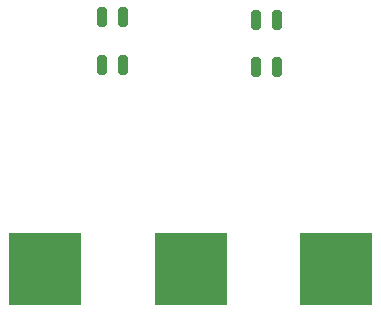
<source format=gbr>
G04 #@! TF.GenerationSoftware,KiCad,Pcbnew,(5.99.0-12170-ge0011fcd93)*
G04 #@! TF.CreationDate,2021-10-18T14:42:09-07:00*
G04 #@! TF.ProjectId,microbug,6d696372-6f62-4756-972e-6b696361645f,rev?*
G04 #@! TF.SameCoordinates,Original*
G04 #@! TF.FileFunction,Paste,Bot*
G04 #@! TF.FilePolarity,Positive*
%FSLAX46Y46*%
G04 Gerber Fmt 4.6, Leading zero omitted, Abs format (unit mm)*
G04 Created by KiCad (PCBNEW (5.99.0-12170-ge0011fcd93)) date 2021-10-18 14:42:09*
%MOMM*%
%LPD*%
G01*
G04 APERTURE LIST*
G04 Aperture macros list*
%AMRoundRect*
0 Rectangle with rounded corners*
0 $1 Rounding radius*
0 $2 $3 $4 $5 $6 $7 $8 $9 X,Y pos of 4 corners*
0 Add a 4 corners polygon primitive as box body*
4,1,4,$2,$3,$4,$5,$6,$7,$8,$9,$2,$3,0*
0 Add four circle primitives for the rounded corners*
1,1,$1+$1,$2,$3*
1,1,$1+$1,$4,$5*
1,1,$1+$1,$6,$7*
1,1,$1+$1,$8,$9*
0 Add four rect primitives between the rounded corners*
20,1,$1+$1,$2,$3,$4,$5,0*
20,1,$1+$1,$4,$5,$6,$7,0*
20,1,$1+$1,$6,$7,$8,$9,0*
20,1,$1+$1,$8,$9,$2,$3,0*%
G04 Aperture macros list end*
%ADD10RoundRect,0.197500X0.197500X0.632500X-0.197500X0.632500X-0.197500X-0.632500X0.197500X-0.632500X0*%
%ADD11R,6.096000X6.096000*%
G04 APERTURE END LIST*
D10*
X68500000Y-40600000D03*
X68500000Y-44600000D03*
X66700000Y-44600000D03*
X66700000Y-40600000D03*
D11*
X61860989Y-61864011D03*
X86498989Y-61864011D03*
X74179989Y-61864011D03*
D10*
X81500000Y-40800000D03*
X81500000Y-44800000D03*
X79700000Y-44800000D03*
X79700000Y-40800000D03*
M02*

</source>
